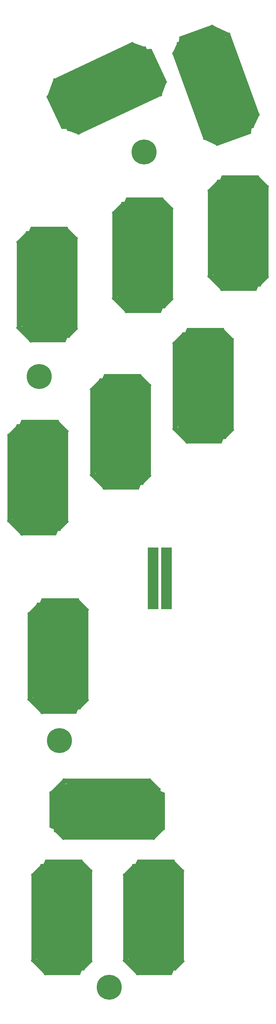
<source format=gbr>
G04 #@! TF.FileFunction,Soldermask,Top*
%FSLAX46Y46*%
G04 Gerber Fmt 4.6, Leading zero omitted, Abs format (unit mm)*
G04 Created by KiCad (PCBNEW 4.0.6) date 04/30/18 13:43:07*
%MOMM*%
%LPD*%
G01*
G04 APERTURE LIST*
%ADD10C,0.100000*%
%ADD11R,15.300000X1.400000*%
%ADD12R,1.400000X25.350000*%
%ADD13R,14.800000X1.400000*%
%ADD14R,1.400000X24.050000*%
%ADD15R,1.400000X15.300000*%
%ADD16R,25.350000X1.400000*%
%ADD17R,1.400000X14.800000*%
%ADD18R,24.050000X1.400000*%
%ADD19C,6.800000*%
%ADD20R,2.900000X1.550000*%
G04 APERTURE END LIST*
D10*
G36*
X86704842Y-65255155D02*
X97229400Y-61424529D01*
X97144412Y-62945311D01*
X87747486Y-66365513D01*
X86704842Y-65255155D01*
X86704842Y-65255155D01*
G37*
G36*
X84004609Y-63683933D02*
X97348245Y-58827247D01*
X97263257Y-60348029D01*
X85047253Y-64794291D01*
X84004609Y-63683933D01*
X84004609Y-63683933D01*
G37*
G36*
X83136776Y-61445771D02*
X97514073Y-56212863D01*
X97992902Y-57528433D01*
X83615605Y-62761341D01*
X83136776Y-61445771D01*
X83136776Y-61445771D01*
G37*
G36*
X90605266Y-37231072D02*
X76180984Y-42481081D01*
X76265972Y-40960300D01*
X89562622Y-36120715D01*
X90605266Y-37231072D01*
X90605266Y-37231072D01*
G37*
G36*
X79853382Y-52424722D02*
X94230679Y-47191814D01*
X94709508Y-48507384D01*
X80332211Y-53740292D01*
X79853382Y-52424722D01*
X79853382Y-52424722D01*
G37*
G36*
X80674231Y-54679985D02*
X95051528Y-49447077D01*
X95530357Y-50762647D01*
X81153060Y-55995555D01*
X80674231Y-54679985D01*
X80674231Y-54679985D01*
G37*
G36*
X82315927Y-59190509D02*
X96693224Y-53957601D01*
X97172053Y-55273171D01*
X82794756Y-60506079D01*
X82315927Y-59190509D01*
X82315927Y-59190509D01*
G37*
G36*
X81495079Y-56935247D02*
X95872376Y-51702339D01*
X96351205Y-53017909D01*
X81973908Y-58250817D01*
X81495079Y-56935247D01*
X81495079Y-56935247D01*
G37*
G36*
X78211686Y-47914198D02*
X92588983Y-42681290D01*
X93067812Y-43996860D01*
X78690515Y-49229768D01*
X78211686Y-47914198D01*
X78211686Y-47914198D01*
G37*
G36*
X79032534Y-50169460D02*
X93409831Y-44936552D01*
X93888660Y-46252122D01*
X79511363Y-51485030D01*
X79032534Y-50169460D01*
X79032534Y-50169460D01*
G37*
G36*
X77390837Y-45658935D02*
X91768134Y-40426027D01*
X92246963Y-41741597D01*
X77869666Y-46974505D01*
X77390837Y-45658935D01*
X77390837Y-45658935D01*
G37*
G36*
X76569989Y-43403673D02*
X90947286Y-38170765D01*
X91426115Y-39486335D01*
X77048818Y-44719243D01*
X76569989Y-43403673D01*
X76569989Y-43403673D01*
G37*
G36*
X87981960Y-66291462D02*
X83994206Y-64431941D01*
X84585872Y-63163110D01*
X88573626Y-65022631D01*
X87981960Y-66291462D01*
X87981960Y-66291462D01*
G37*
G36*
X85602431Y-64272969D02*
X84286861Y-64751797D01*
X75616651Y-40930589D01*
X76932221Y-40451761D01*
X85602431Y-64272969D01*
X85602431Y-64272969D01*
G37*
G36*
X78400082Y-38665954D02*
X76866401Y-41954945D01*
X75597570Y-41363280D01*
X77131251Y-38074289D01*
X78400082Y-38665954D01*
X78400082Y-38665954D01*
G37*
G36*
X87905033Y-35659851D02*
X76816660Y-39695689D01*
X76901647Y-38174907D01*
X86862389Y-34549493D01*
X87905033Y-35659851D01*
X87905033Y-35659851D01*
G37*
G36*
X84721817Y-62145877D02*
X98629267Y-57083979D01*
X99108095Y-58399549D01*
X85200645Y-63461447D01*
X84721817Y-62145877D01*
X84721817Y-62145877D01*
G37*
G36*
X82212286Y-55397191D02*
X96589583Y-50164283D01*
X97068412Y-51479853D01*
X82691115Y-56712761D01*
X82212286Y-55397191D01*
X82212286Y-55397191D01*
G37*
G36*
X83033134Y-57652454D02*
X97410431Y-52419546D01*
X97889260Y-53735116D01*
X83511963Y-58968024D01*
X83033134Y-57652454D01*
X83033134Y-57652454D01*
G37*
G36*
X83853983Y-59907716D02*
X98231280Y-54674808D01*
X98710109Y-55990378D01*
X84332812Y-61223286D01*
X83853983Y-59907716D01*
X83853983Y-59907716D01*
G37*
G36*
X81391438Y-53141929D02*
X95768735Y-47909021D01*
X96247564Y-49224591D01*
X81870267Y-54457499D01*
X81391438Y-53141929D01*
X81391438Y-53141929D01*
G37*
G36*
X80570589Y-50886667D02*
X94947886Y-45653759D01*
X95426715Y-46969329D01*
X81049418Y-52202237D01*
X80570589Y-50886667D01*
X80570589Y-50886667D01*
G37*
G36*
X79749741Y-48631405D02*
X94127038Y-43398497D01*
X94605867Y-44714067D01*
X80228570Y-49946975D01*
X79749741Y-48631405D01*
X79749741Y-48631405D01*
G37*
G36*
X78928893Y-46376142D02*
X93306190Y-41143234D01*
X93785019Y-42458804D01*
X79407722Y-47691712D01*
X78928893Y-46376142D01*
X78928893Y-46376142D01*
G37*
G36*
X78108044Y-44120880D02*
X92485341Y-38887972D01*
X92964170Y-40203542D01*
X78586873Y-45436450D01*
X78108044Y-44120880D01*
X78108044Y-44120880D01*
G37*
G36*
X91720459Y-38102189D02*
X77813009Y-43164087D01*
X77334181Y-41848517D01*
X91241631Y-36786619D01*
X91720459Y-38102189D01*
X91720459Y-38102189D01*
G37*
G36*
X90053889Y-36154745D02*
X77462008Y-40737815D01*
X77546995Y-39217033D01*
X89011245Y-35044387D01*
X90053889Y-36154745D01*
X90053889Y-36154745D01*
G37*
G36*
X86599818Y-64016368D02*
X98017084Y-59860823D01*
X97932096Y-61381605D01*
X87642462Y-65126725D01*
X86599818Y-64016368D01*
X86599818Y-64016368D01*
G37*
G36*
X96454404Y-60844567D02*
X98229401Y-57038074D01*
X99498232Y-57629739D01*
X97723235Y-61436232D01*
X96454404Y-60844567D01*
X96454404Y-60844567D01*
G37*
G36*
X89944891Y-35928371D02*
X91260461Y-35449543D01*
X99486045Y-58049151D01*
X98170475Y-58527979D01*
X89944891Y-35928371D01*
X89944891Y-35928371D01*
G37*
G36*
X87748326Y-34439874D02*
X77505676Y-38167894D01*
X77590664Y-36647112D01*
X86705682Y-33329516D01*
X87748326Y-34439874D01*
X87748326Y-34439874D01*
G37*
G36*
X86302907Y-33321187D02*
X91559492Y-35772373D01*
X90967827Y-37041203D01*
X85711242Y-34590017D01*
X86302907Y-33321187D01*
X86302907Y-33321187D01*
G37*
G36*
X73276023Y-50134680D02*
X68542698Y-39984033D01*
X70065100Y-39936152D01*
X74291283Y-48999230D01*
X73276023Y-50134680D01*
X73276023Y-50134680D01*
G37*
G36*
X71946121Y-52961580D02*
X65944942Y-40092009D01*
X67467344Y-40044129D01*
X72961381Y-51826130D01*
X71946121Y-52961580D01*
X71946121Y-52961580D01*
G37*
G36*
X69792113Y-54021179D02*
X63326054Y-40154670D01*
X64594885Y-39563005D01*
X71060944Y-53429514D01*
X69792113Y-54021179D01*
X69792113Y-54021179D01*
G37*
G36*
X45018636Y-48691559D02*
X51505827Y-62603383D01*
X49983425Y-62651264D01*
X44003376Y-49827009D01*
X45018636Y-48691559D01*
X45018636Y-48691559D01*
G37*
G36*
X61091558Y-58078314D02*
X54625499Y-44211805D01*
X55894330Y-43620140D01*
X62360389Y-57486649D01*
X61091558Y-58078314D01*
X61091558Y-58078314D01*
G37*
G36*
X63266697Y-57064030D02*
X56800638Y-43197521D01*
X58069469Y-42605856D01*
X64535528Y-56472365D01*
X63266697Y-57064030D01*
X63266697Y-57064030D01*
G37*
G36*
X67616974Y-55035462D02*
X61150915Y-41168953D01*
X62419746Y-40577288D01*
X68885805Y-54443797D01*
X67616974Y-55035462D01*
X67616974Y-55035462D01*
G37*
G36*
X65441835Y-56049746D02*
X58975776Y-42183237D01*
X60244607Y-41591572D01*
X66710666Y-55458081D01*
X65441835Y-56049746D01*
X65441835Y-56049746D01*
G37*
G36*
X56741281Y-60106882D02*
X50275222Y-46240373D01*
X51544053Y-45648708D01*
X58010112Y-59515217D01*
X56741281Y-60106882D01*
X56741281Y-60106882D01*
G37*
G36*
X58916419Y-59092598D02*
X52450360Y-45226089D01*
X53719191Y-44634424D01*
X60185250Y-58500933D01*
X58916419Y-59092598D01*
X58916419Y-59092598D01*
G37*
G36*
X54566142Y-61121165D02*
X48100083Y-47254656D01*
X49368914Y-46662991D01*
X55834973Y-60529500D01*
X54566142Y-61121165D01*
X54566142Y-61121165D01*
G37*
G36*
X52391003Y-62135449D02*
X45924944Y-48268940D01*
X47193775Y-47677275D01*
X53659834Y-61543784D01*
X52391003Y-62135449D01*
X52391003Y-62135449D01*
G37*
G36*
X74197078Y-48772102D02*
X72692190Y-52906750D01*
X71376620Y-52427922D01*
X72881508Y-48293274D01*
X74197078Y-48772102D01*
X74197078Y-48772102D01*
G37*
G36*
X72393655Y-51318499D02*
X72985321Y-52587330D01*
X50010419Y-63300703D01*
X49418753Y-62031872D01*
X72393655Y-51318499D01*
X72393655Y-51318499D01*
G37*
G36*
X47511810Y-60725240D02*
X50921954Y-61966431D01*
X50443126Y-63282000D01*
X47032982Y-62040809D01*
X47511810Y-60725240D01*
X47511810Y-60725240D01*
G37*
G36*
X43688734Y-51518458D02*
X48675629Y-62212890D01*
X47153227Y-62260771D01*
X42673474Y-52653909D01*
X43688734Y-51518458D01*
X43688734Y-51518458D01*
G37*
G36*
X70351410Y-52381152D02*
X64096659Y-38967797D01*
X65365490Y-38376132D01*
X71620241Y-51789487D01*
X70351410Y-52381152D01*
X70351410Y-52381152D01*
G37*
G36*
X63847124Y-55469319D02*
X57381065Y-41602810D01*
X58649896Y-41011145D01*
X65115955Y-54877654D01*
X63847124Y-55469319D01*
X63847124Y-55469319D01*
G37*
G36*
X66022263Y-54455035D02*
X59556204Y-40588526D01*
X60825035Y-39996861D01*
X67291094Y-53863370D01*
X66022263Y-54455035D01*
X66022263Y-54455035D01*
G37*
G36*
X68197401Y-53440751D02*
X61731342Y-39574242D01*
X63000173Y-38982577D01*
X69466232Y-52849086D01*
X68197401Y-53440751D01*
X68197401Y-53440751D01*
G37*
G36*
X61671985Y-56483603D02*
X55205926Y-42617094D01*
X56474757Y-42025429D01*
X62940816Y-55891938D01*
X61671985Y-56483603D01*
X61671985Y-56483603D01*
G37*
G36*
X59496847Y-57497886D02*
X53030788Y-43631377D01*
X54299619Y-43039712D01*
X60765678Y-56906221D01*
X59496847Y-57497886D01*
X59496847Y-57497886D01*
G37*
G36*
X57321708Y-58512170D02*
X50855649Y-44645661D01*
X52124480Y-44053996D01*
X58590539Y-57920505D01*
X57321708Y-58512170D01*
X57321708Y-58512170D01*
G37*
G36*
X55146569Y-59526454D02*
X48680510Y-45659945D01*
X49949341Y-45068280D01*
X56415400Y-58934789D01*
X55146569Y-59526454D01*
X55146569Y-59526454D01*
G37*
G36*
X52971431Y-60540738D02*
X46505372Y-46674229D01*
X47774203Y-46082564D01*
X54240262Y-59949073D01*
X52971431Y-60540738D01*
X52971431Y-60540738D01*
G37*
G36*
X45789242Y-47504686D02*
X52043993Y-60918041D01*
X50775162Y-61509706D01*
X44520411Y-48096351D01*
X45789242Y-47504686D01*
X45789242Y-47504686D01*
G37*
G36*
X43994460Y-49334647D02*
X49657545Y-61479171D01*
X48135143Y-61527052D01*
X42979200Y-50470097D01*
X43994460Y-49334647D01*
X43994460Y-49334647D01*
G37*
G36*
X72051102Y-50347273D02*
X66916291Y-39335633D01*
X68438692Y-39287752D01*
X73066362Y-49211822D01*
X72051102Y-50347273D01*
X72051102Y-50347273D01*
G37*
G36*
X68032488Y-40806627D02*
X64085779Y-39370143D01*
X64564608Y-38054573D01*
X68511317Y-39491057D01*
X68032488Y-40806627D01*
X68032488Y-40806627D01*
G37*
G36*
X43778449Y-49462959D02*
X43186783Y-48194128D01*
X64983485Y-38030159D01*
X65575151Y-39298990D01*
X43778449Y-49462959D01*
X43778449Y-49462959D01*
G37*
G36*
X42487058Y-51780897D02*
X47093597Y-61659652D01*
X45571195Y-61707533D01*
X41471798Y-52916347D01*
X42487058Y-51780897D01*
X42487058Y-51780897D01*
G37*
G36*
X41498604Y-53318314D02*
X43482321Y-47868097D01*
X44797890Y-48346926D01*
X42814173Y-53797143D01*
X41498604Y-53318314D01*
X41498604Y-53318314D01*
G37*
G36*
X99800000Y-75700000D02*
X88600000Y-75700000D01*
X89200000Y-74300000D01*
X99200000Y-74300000D01*
X99800000Y-75700000D01*
X99800000Y-75700000D01*
G37*
G36*
X101800000Y-78100000D02*
X87600000Y-78100000D01*
X88200000Y-76700000D01*
X101200000Y-76700000D01*
X101800000Y-78100000D01*
X101800000Y-78100000D01*
G37*
D11*
X94200000Y-79800000D03*
D10*
G36*
X86550000Y-100700000D02*
X101900000Y-100700000D01*
X101300000Y-102100000D01*
X87150000Y-102100000D01*
X86550000Y-100700000D01*
X86550000Y-100700000D01*
G37*
D11*
X94200000Y-89400000D03*
X94200000Y-87000000D03*
X94200000Y-82200000D03*
X94200000Y-84600000D03*
X94200000Y-94200000D03*
X94200000Y-91800000D03*
X94200000Y-96600000D03*
X94200000Y-99000000D03*
D10*
G36*
X98954340Y-74289390D02*
X102065610Y-77400660D01*
X101075660Y-78390610D01*
X97964390Y-75279340D01*
X98954340Y-74289390D01*
X98954340Y-74289390D01*
G37*
D12*
X101200000Y-89675000D03*
D10*
G36*
X98509880Y-103526071D02*
X101075971Y-100959980D01*
X102065920Y-101949929D01*
X99499829Y-104516020D01*
X98509880Y-103526071D01*
X98509880Y-103526071D01*
G37*
G36*
X88550000Y-103100000D02*
X100350000Y-103100000D01*
X99750000Y-104500000D01*
X89150000Y-104500000D01*
X88550000Y-103100000D01*
X88550000Y-103100000D01*
G37*
D13*
X93200000Y-78600000D03*
D11*
X93000000Y-85800000D03*
X93000000Y-83400000D03*
X93000000Y-81000000D03*
X93000000Y-88200000D03*
X93000000Y-90600000D03*
X93000000Y-93000000D03*
X93000000Y-95400000D03*
X93000000Y-97800000D03*
D13*
X93200000Y-100200000D03*
D10*
G36*
X86700000Y-101900000D02*
X100100000Y-101900000D01*
X99500000Y-103300000D01*
X87300000Y-103300000D01*
X86700000Y-101900000D01*
X86700000Y-101900000D01*
G37*
G36*
X99475000Y-76900000D02*
X87325000Y-76900000D01*
X87925000Y-75500000D01*
X98875000Y-75500000D01*
X99475000Y-76900000D01*
X99475000Y-76900000D01*
G37*
G36*
X89129899Y-76510051D02*
X86160051Y-79479899D01*
X85170101Y-78489949D01*
X88139949Y-75520101D01*
X89129899Y-76510051D01*
X89129899Y-76510051D01*
G37*
D14*
X86025000Y-90125000D03*
D10*
G36*
X88280000Y-104300000D02*
X99180000Y-104300000D01*
X98580000Y-105700000D01*
X88880000Y-105700000D01*
X88280000Y-104300000D01*
X88280000Y-104300000D01*
G37*
G36*
X89255635Y-105845584D02*
X85154416Y-101744365D01*
X86144365Y-100754416D01*
X90245584Y-104855635D01*
X89255635Y-105845584D01*
X89255635Y-105845584D01*
G37*
G36*
X73800000Y-81700000D02*
X62600000Y-81700000D01*
X63200000Y-80300000D01*
X73200000Y-80300000D01*
X73800000Y-81700000D01*
X73800000Y-81700000D01*
G37*
G36*
X75800000Y-84100000D02*
X61600000Y-84100000D01*
X62200000Y-82700000D01*
X75200000Y-82700000D01*
X75800000Y-84100000D01*
X75800000Y-84100000D01*
G37*
D11*
X68200000Y-85800000D03*
D10*
G36*
X60550000Y-106700000D02*
X75900000Y-106700000D01*
X75300000Y-108100000D01*
X61150000Y-108100000D01*
X60550000Y-106700000D01*
X60550000Y-106700000D01*
G37*
D11*
X68200000Y-95400000D03*
X68200000Y-93000000D03*
X68200000Y-88200000D03*
X68200000Y-90600000D03*
X68200000Y-100200000D03*
X68200000Y-97800000D03*
X68200000Y-102600000D03*
X68200000Y-105000000D03*
D10*
G36*
X72954340Y-80289390D02*
X76065610Y-83400660D01*
X75075660Y-84390610D01*
X71964390Y-81279340D01*
X72954340Y-80289390D01*
X72954340Y-80289390D01*
G37*
D12*
X75200000Y-95675000D03*
D10*
G36*
X72509880Y-109526071D02*
X75075971Y-106959980D01*
X76065920Y-107949929D01*
X73499829Y-110516020D01*
X72509880Y-109526071D01*
X72509880Y-109526071D01*
G37*
G36*
X62550000Y-109100000D02*
X74350000Y-109100000D01*
X73750000Y-110500000D01*
X63150000Y-110500000D01*
X62550000Y-109100000D01*
X62550000Y-109100000D01*
G37*
D13*
X67200000Y-84600000D03*
D11*
X67000000Y-91800000D03*
X67000000Y-89400000D03*
X67000000Y-87000000D03*
X67000000Y-94200000D03*
X67000000Y-96600000D03*
X67000000Y-99000000D03*
X67000000Y-101400000D03*
X67000000Y-103800000D03*
D13*
X67200000Y-106200000D03*
D10*
G36*
X60700000Y-107900000D02*
X74100000Y-107900000D01*
X73500000Y-109300000D01*
X61300000Y-109300000D01*
X60700000Y-107900000D01*
X60700000Y-107900000D01*
G37*
G36*
X73475000Y-82900000D02*
X61325000Y-82900000D01*
X61925000Y-81500000D01*
X72875000Y-81500000D01*
X73475000Y-82900000D01*
X73475000Y-82900000D01*
G37*
G36*
X63129899Y-82510051D02*
X60160051Y-85479899D01*
X59170101Y-84489949D01*
X62139949Y-81520101D01*
X63129899Y-82510051D01*
X63129899Y-82510051D01*
G37*
D14*
X60025000Y-96125000D03*
D10*
G36*
X62280000Y-110300000D02*
X73180000Y-110300000D01*
X72580000Y-111700000D01*
X62880000Y-111700000D01*
X62280000Y-110300000D01*
X62280000Y-110300000D01*
G37*
G36*
X63255635Y-111845584D02*
X59154416Y-107744365D01*
X60144365Y-106754416D01*
X64245584Y-110855635D01*
X63255635Y-111845584D01*
X63255635Y-111845584D01*
G37*
G36*
X47800000Y-89700000D02*
X36600000Y-89700000D01*
X37200000Y-88300000D01*
X47200000Y-88300000D01*
X47800000Y-89700000D01*
X47800000Y-89700000D01*
G37*
G36*
X49800000Y-92100000D02*
X35600000Y-92100000D01*
X36200000Y-90700000D01*
X49200000Y-90700000D01*
X49800000Y-92100000D01*
X49800000Y-92100000D01*
G37*
D11*
X42200000Y-93800000D03*
D10*
G36*
X34550000Y-114700000D02*
X49900000Y-114700000D01*
X49300000Y-116100000D01*
X35150000Y-116100000D01*
X34550000Y-114700000D01*
X34550000Y-114700000D01*
G37*
D11*
X42200000Y-103400000D03*
X42200000Y-101000000D03*
X42200000Y-96200000D03*
X42200000Y-98600000D03*
X42200000Y-108200000D03*
X42200000Y-105800000D03*
X42200000Y-110600000D03*
X42200000Y-113000000D03*
D10*
G36*
X46954340Y-88289390D02*
X50065610Y-91400660D01*
X49075660Y-92390610D01*
X45964390Y-89279340D01*
X46954340Y-88289390D01*
X46954340Y-88289390D01*
G37*
D12*
X49200000Y-103675000D03*
D10*
G36*
X46509880Y-117526071D02*
X49075971Y-114959980D01*
X50065920Y-115949929D01*
X47499829Y-118516020D01*
X46509880Y-117526071D01*
X46509880Y-117526071D01*
G37*
G36*
X36550000Y-117100000D02*
X48350000Y-117100000D01*
X47750000Y-118500000D01*
X37150000Y-118500000D01*
X36550000Y-117100000D01*
X36550000Y-117100000D01*
G37*
D13*
X41200000Y-92600000D03*
D11*
X41000000Y-99800000D03*
X41000000Y-97400000D03*
X41000000Y-95000000D03*
X41000000Y-102200000D03*
X41000000Y-104600000D03*
X41000000Y-107000000D03*
X41000000Y-109400000D03*
X41000000Y-111800000D03*
D13*
X41200000Y-114200000D03*
D10*
G36*
X34700000Y-115900000D02*
X48100000Y-115900000D01*
X47500000Y-117300000D01*
X35300000Y-117300000D01*
X34700000Y-115900000D01*
X34700000Y-115900000D01*
G37*
G36*
X47475000Y-90900000D02*
X35325000Y-90900000D01*
X35925000Y-89500000D01*
X46875000Y-89500000D01*
X47475000Y-90900000D01*
X47475000Y-90900000D01*
G37*
G36*
X37129899Y-90510051D02*
X34160051Y-93479899D01*
X33170101Y-92489949D01*
X36139949Y-89520101D01*
X37129899Y-90510051D01*
X37129899Y-90510051D01*
G37*
D14*
X34025000Y-104125000D03*
D10*
G36*
X36280000Y-118300000D02*
X47180000Y-118300000D01*
X46580000Y-119700000D01*
X36880000Y-119700000D01*
X36280000Y-118300000D01*
X36280000Y-118300000D01*
G37*
G36*
X37255635Y-119845584D02*
X33154416Y-115744365D01*
X34144365Y-114754416D01*
X38245584Y-118855635D01*
X37255635Y-119845584D01*
X37255635Y-119845584D01*
G37*
G36*
X90300000Y-117200000D02*
X79100000Y-117200000D01*
X79700000Y-115800000D01*
X89700000Y-115800000D01*
X90300000Y-117200000D01*
X90300000Y-117200000D01*
G37*
G36*
X92300000Y-119600000D02*
X78100000Y-119600000D01*
X78700000Y-118200000D01*
X91700000Y-118200000D01*
X92300000Y-119600000D01*
X92300000Y-119600000D01*
G37*
D11*
X84700000Y-121300000D03*
D10*
G36*
X77050000Y-142200000D02*
X92400000Y-142200000D01*
X91800000Y-143600000D01*
X77650000Y-143600000D01*
X77050000Y-142200000D01*
X77050000Y-142200000D01*
G37*
D11*
X84700000Y-130900000D03*
X84700000Y-128500000D03*
X84700000Y-123700000D03*
X84700000Y-126100000D03*
X84700000Y-135700000D03*
X84700000Y-133300000D03*
X84700000Y-138100000D03*
X84700000Y-140500000D03*
D10*
G36*
X89454340Y-115789390D02*
X92565610Y-118900660D01*
X91575660Y-119890610D01*
X88464390Y-116779340D01*
X89454340Y-115789390D01*
X89454340Y-115789390D01*
G37*
D12*
X91700000Y-131175000D03*
D10*
G36*
X89009880Y-145026071D02*
X91575971Y-142459980D01*
X92565920Y-143449929D01*
X89999829Y-146016020D01*
X89009880Y-145026071D01*
X89009880Y-145026071D01*
G37*
G36*
X79050000Y-144600000D02*
X90850000Y-144600000D01*
X90250000Y-146000000D01*
X79650000Y-146000000D01*
X79050000Y-144600000D01*
X79050000Y-144600000D01*
G37*
D13*
X83700000Y-120100000D03*
D11*
X83500000Y-127300000D03*
X83500000Y-124900000D03*
X83500000Y-122500000D03*
X83500000Y-129700000D03*
X83500000Y-132100000D03*
X83500000Y-134500000D03*
X83500000Y-136900000D03*
X83500000Y-139300000D03*
D13*
X83700000Y-141700000D03*
D10*
G36*
X77200000Y-143400000D02*
X90600000Y-143400000D01*
X90000000Y-144800000D01*
X77800000Y-144800000D01*
X77200000Y-143400000D01*
X77200000Y-143400000D01*
G37*
G36*
X89975000Y-118400000D02*
X77825000Y-118400000D01*
X78425000Y-117000000D01*
X89375000Y-117000000D01*
X89975000Y-118400000D01*
X89975000Y-118400000D01*
G37*
G36*
X79629899Y-118010051D02*
X76660051Y-120979899D01*
X75670101Y-119989949D01*
X78639949Y-117020101D01*
X79629899Y-118010051D01*
X79629899Y-118010051D01*
G37*
D14*
X76525000Y-131625000D03*
D10*
G36*
X78780000Y-145800000D02*
X89680000Y-145800000D01*
X89080000Y-147200000D01*
X79380000Y-147200000D01*
X78780000Y-145800000D01*
X78780000Y-145800000D01*
G37*
G36*
X79755635Y-147345584D02*
X75654416Y-143244365D01*
X76644365Y-142254416D01*
X80745584Y-146355635D01*
X79755635Y-147345584D01*
X79755635Y-147345584D01*
G37*
G36*
X67800000Y-129700000D02*
X56600000Y-129700000D01*
X57200000Y-128300000D01*
X67200000Y-128300000D01*
X67800000Y-129700000D01*
X67800000Y-129700000D01*
G37*
G36*
X69800000Y-132100000D02*
X55600000Y-132100000D01*
X56200000Y-130700000D01*
X69200000Y-130700000D01*
X69800000Y-132100000D01*
X69800000Y-132100000D01*
G37*
D11*
X62200000Y-133800000D03*
D10*
G36*
X54550000Y-154700000D02*
X69900000Y-154700000D01*
X69300000Y-156100000D01*
X55150000Y-156100000D01*
X54550000Y-154700000D01*
X54550000Y-154700000D01*
G37*
D11*
X62200000Y-143400000D03*
X62200000Y-141000000D03*
X62200000Y-136200000D03*
X62200000Y-138600000D03*
X62200000Y-148200000D03*
X62200000Y-145800000D03*
X62200000Y-150600000D03*
X62200000Y-153000000D03*
D10*
G36*
X66954340Y-128289390D02*
X70065610Y-131400660D01*
X69075660Y-132390610D01*
X65964390Y-129279340D01*
X66954340Y-128289390D01*
X66954340Y-128289390D01*
G37*
D12*
X69200000Y-143675000D03*
D10*
G36*
X66509880Y-157526071D02*
X69075971Y-154959980D01*
X70065920Y-155949929D01*
X67499829Y-158516020D01*
X66509880Y-157526071D01*
X66509880Y-157526071D01*
G37*
G36*
X56550000Y-157100000D02*
X68350000Y-157100000D01*
X67750000Y-158500000D01*
X57150000Y-158500000D01*
X56550000Y-157100000D01*
X56550000Y-157100000D01*
G37*
D13*
X61200000Y-132600000D03*
D11*
X61000000Y-139800000D03*
X61000000Y-137400000D03*
X61000000Y-135000000D03*
X61000000Y-142200000D03*
X61000000Y-144600000D03*
X61000000Y-147000000D03*
X61000000Y-149400000D03*
X61000000Y-151800000D03*
D13*
X61200000Y-154200000D03*
D10*
G36*
X54700000Y-155900000D02*
X68100000Y-155900000D01*
X67500000Y-157300000D01*
X55300000Y-157300000D01*
X54700000Y-155900000D01*
X54700000Y-155900000D01*
G37*
G36*
X67475000Y-130900000D02*
X55325000Y-130900000D01*
X55925000Y-129500000D01*
X66875000Y-129500000D01*
X67475000Y-130900000D01*
X67475000Y-130900000D01*
G37*
G36*
X57129899Y-130510051D02*
X54160051Y-133479899D01*
X53170101Y-132489949D01*
X56139949Y-129520101D01*
X57129899Y-130510051D01*
X57129899Y-130510051D01*
G37*
D14*
X54025000Y-144125000D03*
D10*
G36*
X56280000Y-158300000D02*
X67180000Y-158300000D01*
X66580000Y-159700000D01*
X56880000Y-159700000D01*
X56280000Y-158300000D01*
X56280000Y-158300000D01*
G37*
G36*
X57255635Y-159845584D02*
X53154416Y-155744365D01*
X54144365Y-154754416D01*
X58245584Y-158855635D01*
X57255635Y-159845584D01*
X57255635Y-159845584D01*
G37*
G36*
X45300000Y-142200000D02*
X34100000Y-142200000D01*
X34700000Y-140800000D01*
X44700000Y-140800000D01*
X45300000Y-142200000D01*
X45300000Y-142200000D01*
G37*
G36*
X47300000Y-144600000D02*
X33100000Y-144600000D01*
X33700000Y-143200000D01*
X46700000Y-143200000D01*
X47300000Y-144600000D01*
X47300000Y-144600000D01*
G37*
D11*
X39700000Y-146300000D03*
D10*
G36*
X32050000Y-167200000D02*
X47400000Y-167200000D01*
X46800000Y-168600000D01*
X32650000Y-168600000D01*
X32050000Y-167200000D01*
X32050000Y-167200000D01*
G37*
D11*
X39700000Y-155900000D03*
X39700000Y-153500000D03*
X39700000Y-148700000D03*
X39700000Y-151100000D03*
X39700000Y-160700000D03*
X39700000Y-158300000D03*
X39700000Y-163100000D03*
X39700000Y-165500000D03*
D10*
G36*
X44454340Y-140789390D02*
X47565610Y-143900660D01*
X46575660Y-144890610D01*
X43464390Y-141779340D01*
X44454340Y-140789390D01*
X44454340Y-140789390D01*
G37*
D12*
X46700000Y-156175000D03*
D10*
G36*
X44009880Y-170026071D02*
X46575971Y-167459980D01*
X47565920Y-168449929D01*
X44999829Y-171016020D01*
X44009880Y-170026071D01*
X44009880Y-170026071D01*
G37*
G36*
X34050000Y-169600000D02*
X45850000Y-169600000D01*
X45250000Y-171000000D01*
X34650000Y-171000000D01*
X34050000Y-169600000D01*
X34050000Y-169600000D01*
G37*
D13*
X38700000Y-145100000D03*
D11*
X38500000Y-152300000D03*
X38500000Y-149900000D03*
X38500000Y-147500000D03*
X38500000Y-154700000D03*
X38500000Y-157100000D03*
X38500000Y-159500000D03*
X38500000Y-161900000D03*
X38500000Y-164300000D03*
D13*
X38700000Y-166700000D03*
D10*
G36*
X32200000Y-168400000D02*
X45600000Y-168400000D01*
X45000000Y-169800000D01*
X32800000Y-169800000D01*
X32200000Y-168400000D01*
X32200000Y-168400000D01*
G37*
G36*
X44975000Y-143400000D02*
X32825000Y-143400000D01*
X33425000Y-142000000D01*
X44375000Y-142000000D01*
X44975000Y-143400000D01*
X44975000Y-143400000D01*
G37*
G36*
X34629899Y-143010051D02*
X31660051Y-145979899D01*
X30670101Y-144989949D01*
X33639949Y-142020101D01*
X34629899Y-143010051D01*
X34629899Y-143010051D01*
G37*
D14*
X31525000Y-156625000D03*
D10*
G36*
X33780000Y-170800000D02*
X44680000Y-170800000D01*
X44080000Y-172200000D01*
X34380000Y-172200000D01*
X33780000Y-170800000D01*
X33780000Y-170800000D01*
G37*
G36*
X34755635Y-172345584D02*
X30654416Y-168244365D01*
X31644365Y-167254416D01*
X35745584Y-171355635D01*
X34755635Y-172345584D01*
X34755635Y-172345584D01*
G37*
G36*
X50800000Y-190700000D02*
X39600000Y-190700000D01*
X40200000Y-189300000D01*
X50200000Y-189300000D01*
X50800000Y-190700000D01*
X50800000Y-190700000D01*
G37*
G36*
X52800000Y-193100000D02*
X38600000Y-193100000D01*
X39200000Y-191700000D01*
X52200000Y-191700000D01*
X52800000Y-193100000D01*
X52800000Y-193100000D01*
G37*
D11*
X45200000Y-194800000D03*
D10*
G36*
X37550000Y-215700000D02*
X52900000Y-215700000D01*
X52300000Y-217100000D01*
X38150000Y-217100000D01*
X37550000Y-215700000D01*
X37550000Y-215700000D01*
G37*
D11*
X45200000Y-204400000D03*
X45200000Y-202000000D03*
X45200000Y-197200000D03*
X45200000Y-199600000D03*
X45200000Y-209200000D03*
X45200000Y-206800000D03*
X45200000Y-211600000D03*
X45200000Y-214000000D03*
D10*
G36*
X49954340Y-189289390D02*
X53065610Y-192400660D01*
X52075660Y-193390610D01*
X48964390Y-190279340D01*
X49954340Y-189289390D01*
X49954340Y-189289390D01*
G37*
D12*
X52200000Y-204675000D03*
D10*
G36*
X49509880Y-218526071D02*
X52075971Y-215959980D01*
X53065920Y-216949929D01*
X50499829Y-219516020D01*
X49509880Y-218526071D01*
X49509880Y-218526071D01*
G37*
G36*
X39550000Y-218100000D02*
X51350000Y-218100000D01*
X50750000Y-219500000D01*
X40150000Y-219500000D01*
X39550000Y-218100000D01*
X39550000Y-218100000D01*
G37*
D13*
X44200000Y-193600000D03*
D11*
X44000000Y-200800000D03*
X44000000Y-198400000D03*
X44000000Y-196000000D03*
X44000000Y-203200000D03*
X44000000Y-205600000D03*
X44000000Y-208000000D03*
X44000000Y-210400000D03*
X44000000Y-212800000D03*
D13*
X44200000Y-215200000D03*
D10*
G36*
X37700000Y-216900000D02*
X51100000Y-216900000D01*
X50500000Y-218300000D01*
X38300000Y-218300000D01*
X37700000Y-216900000D01*
X37700000Y-216900000D01*
G37*
G36*
X50475000Y-191900000D02*
X38325000Y-191900000D01*
X38925000Y-190500000D01*
X49875000Y-190500000D01*
X50475000Y-191900000D01*
X50475000Y-191900000D01*
G37*
G36*
X40129899Y-191510051D02*
X37160051Y-194479899D01*
X36170101Y-193489949D01*
X39139949Y-190520101D01*
X40129899Y-191510051D01*
X40129899Y-191510051D01*
G37*
D14*
X37025000Y-205125000D03*
D10*
G36*
X39280000Y-219300000D02*
X50180000Y-219300000D01*
X49580000Y-220700000D01*
X39880000Y-220700000D01*
X39280000Y-219300000D01*
X39280000Y-219300000D01*
G37*
G36*
X40255635Y-220845584D02*
X36154416Y-216744365D01*
X37144365Y-215754416D01*
X41245584Y-219855635D01*
X40255635Y-220845584D01*
X40255635Y-220845584D01*
G37*
G36*
X72300000Y-252800000D02*
X72300000Y-241600000D01*
X73700000Y-242200000D01*
X73700000Y-252200000D01*
X72300000Y-252800000D01*
X72300000Y-252800000D01*
G37*
G36*
X69900000Y-254800000D02*
X69900000Y-240600000D01*
X71300000Y-241200000D01*
X71300000Y-254200000D01*
X69900000Y-254800000D01*
X69900000Y-254800000D01*
G37*
D15*
X68200000Y-247200000D03*
D10*
G36*
X47300000Y-239550000D02*
X47300000Y-254900000D01*
X45900000Y-254300000D01*
X45900000Y-240150000D01*
X47300000Y-239550000D01*
X47300000Y-239550000D01*
G37*
D15*
X58600000Y-247200000D03*
X61000000Y-247200000D03*
X65800000Y-247200000D03*
X63400000Y-247200000D03*
X53800000Y-247200000D03*
X56200000Y-247200000D03*
X51400000Y-247200000D03*
X49000000Y-247200000D03*
D10*
G36*
X73710610Y-251954340D02*
X70599340Y-255065610D01*
X69609390Y-254075660D01*
X72720660Y-250964390D01*
X73710610Y-251954340D01*
X73710610Y-251954340D01*
G37*
D16*
X58325000Y-254200000D03*
D10*
G36*
X44473929Y-251509880D02*
X47040020Y-254075971D01*
X46050071Y-255065920D01*
X43483980Y-252499829D01*
X44473929Y-251509880D01*
X44473929Y-251509880D01*
G37*
G36*
X44900000Y-241550000D02*
X44900000Y-253350000D01*
X43500000Y-252750000D01*
X43500000Y-242150000D01*
X44900000Y-241550000D01*
X44900000Y-241550000D01*
G37*
D17*
X69400000Y-246200000D03*
D15*
X62200000Y-246000000D03*
X64600000Y-246000000D03*
X67000000Y-246000000D03*
X59800000Y-246000000D03*
X57400000Y-246000000D03*
X55000000Y-246000000D03*
X52600000Y-246000000D03*
X50200000Y-246000000D03*
D17*
X47800000Y-246200000D03*
D10*
G36*
X46100000Y-239700000D02*
X46100000Y-253100000D01*
X44700000Y-252500000D01*
X44700000Y-240300000D01*
X46100000Y-239700000D01*
X46100000Y-239700000D01*
G37*
G36*
X71100000Y-252475000D02*
X71100000Y-240325000D01*
X72500000Y-240925000D01*
X72500000Y-251875000D01*
X71100000Y-252475000D01*
X71100000Y-252475000D01*
G37*
G36*
X71489949Y-242129899D02*
X68520101Y-239160051D01*
X69510051Y-238170101D01*
X72479899Y-241139949D01*
X71489949Y-242129899D01*
X71489949Y-242129899D01*
G37*
D18*
X57875000Y-239025000D03*
D10*
G36*
X43700000Y-241280000D02*
X43700000Y-252180000D01*
X42300000Y-251580000D01*
X42300000Y-241880000D01*
X43700000Y-241280000D01*
X43700000Y-241280000D01*
G37*
G36*
X42154416Y-242255635D02*
X46255635Y-238154416D01*
X47245584Y-239144365D01*
X43144365Y-243245584D01*
X42154416Y-242255635D01*
X42154416Y-242255635D01*
G37*
G36*
X51800000Y-261700000D02*
X40600000Y-261700000D01*
X41200000Y-260300000D01*
X51200000Y-260300000D01*
X51800000Y-261700000D01*
X51800000Y-261700000D01*
G37*
G36*
X53800000Y-264100000D02*
X39600000Y-264100000D01*
X40200000Y-262700000D01*
X53200000Y-262700000D01*
X53800000Y-264100000D01*
X53800000Y-264100000D01*
G37*
D11*
X46200000Y-265800000D03*
D10*
G36*
X38550000Y-286700000D02*
X53900000Y-286700000D01*
X53300000Y-288100000D01*
X39150000Y-288100000D01*
X38550000Y-286700000D01*
X38550000Y-286700000D01*
G37*
D11*
X46200000Y-275400000D03*
X46200000Y-273000000D03*
X46200000Y-268200000D03*
X46200000Y-270600000D03*
X46200000Y-280200000D03*
X46200000Y-277800000D03*
X46200000Y-282600000D03*
X46200000Y-285000000D03*
D10*
G36*
X50954340Y-260289390D02*
X54065610Y-263400660D01*
X53075660Y-264390610D01*
X49964390Y-261279340D01*
X50954340Y-260289390D01*
X50954340Y-260289390D01*
G37*
D12*
X53200000Y-275675000D03*
D10*
G36*
X50509880Y-289526071D02*
X53075971Y-286959980D01*
X54065920Y-287949929D01*
X51499829Y-290516020D01*
X50509880Y-289526071D01*
X50509880Y-289526071D01*
G37*
G36*
X40550000Y-289100000D02*
X52350000Y-289100000D01*
X51750000Y-290500000D01*
X41150000Y-290500000D01*
X40550000Y-289100000D01*
X40550000Y-289100000D01*
G37*
D13*
X45200000Y-264600000D03*
D11*
X45000000Y-271800000D03*
X45000000Y-269400000D03*
X45000000Y-267000000D03*
X45000000Y-274200000D03*
X45000000Y-276600000D03*
X45000000Y-279000000D03*
X45000000Y-281400000D03*
X45000000Y-283800000D03*
D13*
X45200000Y-286200000D03*
D10*
G36*
X38700000Y-287900000D02*
X52100000Y-287900000D01*
X51500000Y-289300000D01*
X39300000Y-289300000D01*
X38700000Y-287900000D01*
X38700000Y-287900000D01*
G37*
G36*
X51475000Y-262900000D02*
X39325000Y-262900000D01*
X39925000Y-261500000D01*
X50875000Y-261500000D01*
X51475000Y-262900000D01*
X51475000Y-262900000D01*
G37*
G36*
X41129899Y-262510051D02*
X38160051Y-265479899D01*
X37170101Y-264489949D01*
X40139949Y-261520101D01*
X41129899Y-262510051D01*
X41129899Y-262510051D01*
G37*
D14*
X38025000Y-276125000D03*
D10*
G36*
X40280000Y-290300000D02*
X51180000Y-290300000D01*
X50580000Y-291700000D01*
X40880000Y-291700000D01*
X40280000Y-290300000D01*
X40280000Y-290300000D01*
G37*
G36*
X41255635Y-291845584D02*
X37154416Y-287744365D01*
X38144365Y-286754416D01*
X42245584Y-290855635D01*
X41255635Y-291845584D01*
X41255635Y-291845584D01*
G37*
G36*
X76800000Y-261700000D02*
X65600000Y-261700000D01*
X66200000Y-260300000D01*
X76200000Y-260300000D01*
X76800000Y-261700000D01*
X76800000Y-261700000D01*
G37*
G36*
X78800000Y-264100000D02*
X64600000Y-264100000D01*
X65200000Y-262700000D01*
X78200000Y-262700000D01*
X78800000Y-264100000D01*
X78800000Y-264100000D01*
G37*
D11*
X71200000Y-265800000D03*
D10*
G36*
X63550000Y-286700000D02*
X78900000Y-286700000D01*
X78300000Y-288100000D01*
X64150000Y-288100000D01*
X63550000Y-286700000D01*
X63550000Y-286700000D01*
G37*
D11*
X71200000Y-275400000D03*
X71200000Y-273000000D03*
X71200000Y-268200000D03*
X71200000Y-270600000D03*
X71200000Y-280200000D03*
X71200000Y-277800000D03*
X71200000Y-282600000D03*
X71200000Y-285000000D03*
D10*
G36*
X75954340Y-260289390D02*
X79065610Y-263400660D01*
X78075660Y-264390610D01*
X74964390Y-261279340D01*
X75954340Y-260289390D01*
X75954340Y-260289390D01*
G37*
D12*
X78200000Y-275675000D03*
D10*
G36*
X75509880Y-289526071D02*
X78075971Y-286959980D01*
X79065920Y-287949929D01*
X76499829Y-290516020D01*
X75509880Y-289526071D01*
X75509880Y-289526071D01*
G37*
G36*
X65550000Y-289100000D02*
X77350000Y-289100000D01*
X76750000Y-290500000D01*
X66150000Y-290500000D01*
X65550000Y-289100000D01*
X65550000Y-289100000D01*
G37*
D13*
X70200000Y-264600000D03*
D11*
X70000000Y-271800000D03*
X70000000Y-269400000D03*
X70000000Y-267000000D03*
X70000000Y-274200000D03*
X70000000Y-276600000D03*
X70000000Y-279000000D03*
X70000000Y-281400000D03*
X70000000Y-283800000D03*
D13*
X70200000Y-286200000D03*
D10*
G36*
X63700000Y-287900000D02*
X77100000Y-287900000D01*
X76500000Y-289300000D01*
X64300000Y-289300000D01*
X63700000Y-287900000D01*
X63700000Y-287900000D01*
G37*
G36*
X76475000Y-262900000D02*
X64325000Y-262900000D01*
X64925000Y-261500000D01*
X75875000Y-261500000D01*
X76475000Y-262900000D01*
X76475000Y-262900000D01*
G37*
G36*
X66129899Y-262510051D02*
X63160051Y-265479899D01*
X62170101Y-264489949D01*
X65139949Y-261520101D01*
X66129899Y-262510051D01*
X66129899Y-262510051D01*
G37*
D14*
X63025000Y-276125000D03*
D10*
G36*
X65280000Y-290300000D02*
X76180000Y-290300000D01*
X75580000Y-291700000D01*
X65880000Y-291700000D01*
X65280000Y-290300000D01*
X65280000Y-290300000D01*
G37*
G36*
X66255635Y-291845584D02*
X62154416Y-287744365D01*
X63144365Y-286754416D01*
X67245584Y-290855635D01*
X66255635Y-291845584D01*
X66255635Y-291845584D01*
G37*
D19*
X58500000Y-295000000D03*
X39500000Y-129000000D03*
X68000000Y-68000000D03*
X45000000Y-228000000D03*
D20*
X70500000Y-191520000D03*
X74100000Y-191520000D03*
X70500000Y-190250000D03*
X74100000Y-190250000D03*
X70500000Y-188980000D03*
X74100000Y-188980000D03*
X70500000Y-187710000D03*
X74100000Y-187710000D03*
X70500000Y-186440000D03*
X74100000Y-186440000D03*
X70500000Y-185170000D03*
X74100000Y-185170000D03*
X70500000Y-183900000D03*
X74100000Y-183900000D03*
X70500000Y-182630000D03*
X74100000Y-182630000D03*
X70500000Y-181360000D03*
X74100000Y-181360000D03*
X70500000Y-180090000D03*
X74100000Y-180090000D03*
X70500000Y-178820000D03*
X74100000Y-178820000D03*
X70500000Y-177550000D03*
X74100000Y-177550000D03*
X70500000Y-176280000D03*
X74100000Y-176280000D03*
M02*

</source>
